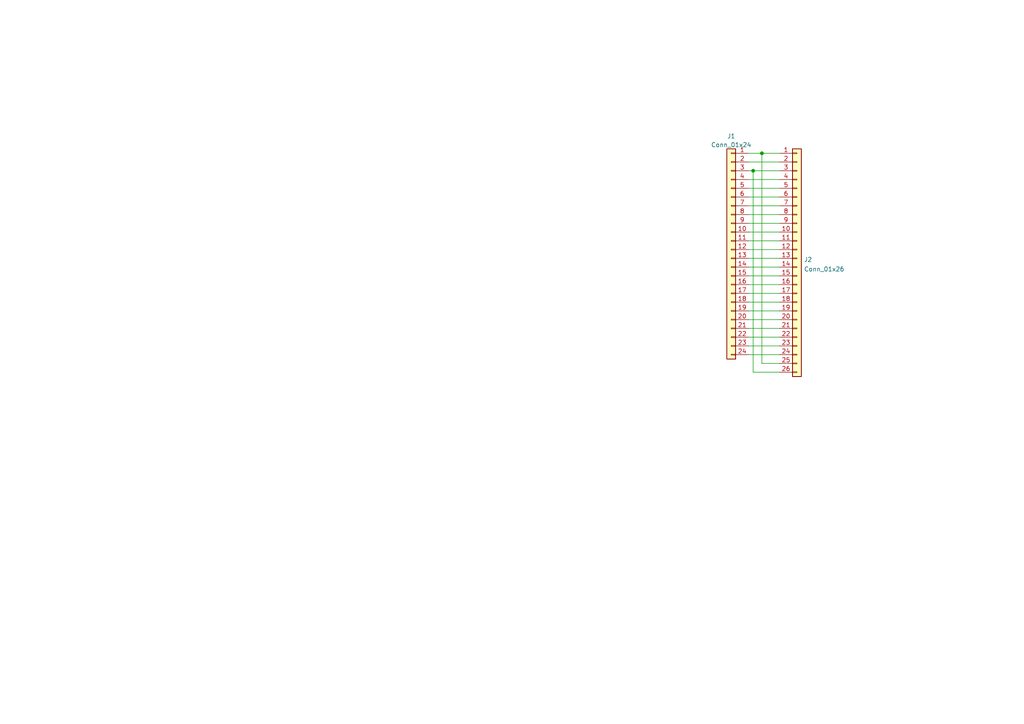
<source format=kicad_sch>
(kicad_sch (version 20211123) (generator eeschema)
  (paper "A4")
  (title_block (title "Atari 130MX flexible keyboard adapter") (date "2022-10-20") (rev "A"))
  (lib_symbols
    (symbol "Connector_Generic:Conn_01x24" (pin_names (offset 1.016) hide)
      (property "Reference" "J" (at 0 30.48 0))
      (property "Value" "Conn_01x24" (at 0 -33.02 0))
      (symbol "Conn_01x24_1_1"
        (rectangle (start -1.27 -30.353) (end 0 -30.607) (stroke (width 0.1524)))
        (rectangle (start -1.27 -27.813) (end 0 -28.067) (stroke (width 0.1524)))
        (rectangle (start -1.27 -25.273) (end 0 -25.527) (stroke (width 0.1524)))
        (rectangle (start -1.27 -22.733) (end 0 -22.987) (stroke (width 0.1524)))
        (rectangle (start -1.27 -20.193) (end 0 -20.447) (stroke (width 0.1524)))
        (rectangle (start -1.27 -17.653) (end 0 -17.907) (stroke (width 0.1524)))
        (rectangle (start -1.27 -15.113) (end 0 -15.367) (stroke (width 0.1524)))
        (rectangle (start -1.27 -12.573) (end 0 -12.827) (stroke (width 0.1524)))
        (rectangle (start -1.27 -10.033) (end 0 -10.287) (stroke (width 0.1524)))
        (rectangle (start -1.27 -7.493) (end 0 -7.747) (stroke (width 0.1524)))
        (rectangle (start -1.27 -4.953) (end 0 -5.207) (stroke (width 0.1524)))
        (rectangle (start -1.27 -2.413) (end 0 -2.667) (stroke (width 0.1524)))
        (rectangle (start -1.27 0.127) (end 0 -0.127) (stroke (width 0.1524)))
        (rectangle (start -1.27 2.667) (end 0 2.413) (stroke (width 0.1524)))
        (rectangle (start -1.27 5.207) (end 0 4.953) (stroke (width 0.1524)))
        (rectangle (start -1.27 7.747) (end 0 7.493) (stroke (width 0.1524)))
        (rectangle (start -1.27 10.287) (end 0 10.033) (stroke (width 0.1524)))
        (rectangle (start -1.27 12.827) (end 0 12.573) (stroke (width 0.1524)))
        (rectangle (start -1.27 15.367) (end 0 15.113) (stroke (width 0.1524)))
        (rectangle (start -1.27 17.907) (end 0 17.653) (stroke (width 0.1524)))
        (rectangle (start -1.27 20.447) (end 0 20.193) (stroke (width 0.1524)))
        (rectangle (start -1.27 22.987) (end 0 22.733) (stroke (width 0.1524)))
        (rectangle (start -1.27 25.527) (end 0 25.273) (stroke (width 0.1524)))
        (rectangle (start -1.27 28.067) (end 0 27.813) (stroke (width 0.1524)))
        (rectangle (start -1.27 29.21) (end 1.27 -31.75) (stroke (width 0.254)) (fill (type background)))
        (pin passive line (at -5.08 27.94 0) (length 3.81) (name "Pin_1") (number "1"))
        (pin passive line (at -5.08 5.08 0) (length 3.81) (name "Pin_10") (number "10"))
        (pin passive line (at -5.08 2.54 0) (length 3.81) (name "Pin_11") (number "11"))
        (pin passive line (at -5.08 0 0) (length 3.81) (name "Pin_12") (number "12"))
        (pin passive line (at -5.08 -2.54 0) (length 3.81) (name "Pin_13") (number "13"))
        (pin passive line (at -5.08 -5.08 0) (length 3.81) (name "Pin_14") (number "14"))
        (pin passive line (at -5.08 -7.62 0) (length 3.81) (name "Pin_15") (number "15"))
        (pin passive line (at -5.08 -10.16 0) (length 3.81) (name "Pin_16") (number "16"))
        (pin passive line (at -5.08 -12.7 0) (length 3.81) (name "Pin_17") (number "17"))
        (pin passive line (at -5.08 -15.24 0) (length 3.81) (name "Pin_18") (number "18"))
        (pin passive line (at -5.08 -17.78 0) (length 3.81) (name "Pin_19") (number "19"))
        (pin passive line (at -5.08 25.4 0) (length 3.81) (name "Pin_2") (number "2"))
        (pin passive line (at -5.08 -20.32 0) (length 3.81) (name "Pin_20") (number "20"))
        (pin passive line (at -5.08 -22.86 0) (length 3.81) (name "Pin_21") (number "21"))
        (pin passive line (at -5.08 -25.4 0) (length 3.81) (name "Pin_22") (number "22"))
        (pin passive line (at -5.08 -27.94 0) (length 3.81) (name "Pin_23") (number "23"))
        (pin passive line (at -5.08 -30.48 0) (length 3.81) (name "Pin_24") (number "24"))
        (pin passive line (at -5.08 22.86 0) (length 3.81) (name "Pin_3") (number "3"))
        (pin passive line (at -5.08 20.32 0) (length 3.81) (name "Pin_4") (number "4"))
        (pin passive line (at -5.08 17.78 0) (length 3.81) (name "Pin_5") (number "5"))
        (pin passive line (at -5.08 15.24 0) (length 3.81) (name "Pin_6") (number "6"))
        (pin passive line (at -5.08 12.7 0) (length 3.81) (name "Pin_7") (number "7"))
        (pin passive line (at -5.08 10.16 0) (length 3.81) (name "Pin_8") (number "8"))
        (pin passive line (at -5.08 7.62 0) (length 3.81) (name "Pin_9") (number "9"))
      )
    )
    (symbol "Connector_Generic:Conn_01x26" (pin_names (offset 1.016) hide)
      (property "Reference" "J" (at 0 33.02 0))
      (property "Value" "Conn_01x26" (at 0 -35.56 0))
      (symbol "Conn_01x26_1_1"
        (rectangle (start -1.27 -32.893) (end 0 -33.147) (stroke (width 0.1524)))
        (rectangle (start -1.27 -30.353) (end 0 -30.607) (stroke (width 0.1524)))
        (rectangle (start -1.27 -27.813) (end 0 -28.067) (stroke (width 0.1524)))
        (rectangle (start -1.27 -25.273) (end 0 -25.527) (stroke (width 0.1524)))
        (rectangle (start -1.27 -22.733) (end 0 -22.987) (stroke (width 0.1524)))
        (rectangle (start -1.27 -20.193) (end 0 -20.447) (stroke (width 0.1524)))
        (rectangle (start -1.27 -17.653) (end 0 -17.907) (stroke (width 0.1524)))
        (rectangle (start -1.27 -15.113) (end 0 -15.367) (stroke (width 0.1524)))
        (rectangle (start -1.27 -12.573) (end 0 -12.827) (stroke (width 0.1524)))
        (rectangle (start -1.27 -10.033) (end 0 -10.287) (stroke (width 0.1524)))
        (rectangle (start -1.27 -7.493) (end 0 -7.747) (stroke (width 0.1524)))
        (rectangle (start -1.27 -4.953) (end 0 -5.207) (stroke (width 0.1524)))
        (rectangle (start -1.27 -2.413) (end 0 -2.667) (stroke (width 0.1524)))
        (rectangle (start -1.27 0.127) (end 0 -0.127) (stroke (width 0.1524)))
        (rectangle (start -1.27 2.667) (end 0 2.413) (stroke (width 0.1524)))
        (rectangle (start -1.27 5.207) (end 0 4.953) (stroke (width 0.1524)))
        (rectangle (start -1.27 7.747) (end 0 7.493) (stroke (width 0.1524)))
        (rectangle (start -1.27 10.287) (end 0 10.033) (stroke (width 0.1524)))
        (rectangle (start -1.27 12.827) (end 0 12.573) (stroke (width 0.1524)))
        (rectangle (start -1.27 15.367) (end 0 15.113) (stroke (width 0.1524)))
        (rectangle (start -1.27 17.907) (end 0 17.653) (stroke (width 0.1524)))
        (rectangle (start -1.27 20.447) (end 0 20.193) (stroke (width 0.1524)))
        (rectangle (start -1.27 22.987) (end 0 22.733) (stroke (width 0.1524)))
        (rectangle (start -1.27 25.527) (end 0 25.273) (stroke (width 0.1524)))
        (rectangle (start -1.27 28.067) (end 0 27.813) (stroke (width 0.1524)))
        (rectangle (start -1.27 30.607) (end 0 30.353) (stroke (width 0.1524)))
        (rectangle (start -1.27 31.75) (end 1.27 -34.29) (stroke (width 0.254)) (fill (type background)))
        (pin passive line (at -5.08 30.48 0) (length 3.81) (name "Pin_1") (number "1"))
        (pin passive line (at -5.08 7.62 0) (length 3.81) (name "Pin_10") (number "10"))
        (pin passive line (at -5.08 5.08 0) (length 3.81) (name "Pin_11") (number "11"))
        (pin passive line (at -5.08 2.54 0) (length 3.81) (name "Pin_12") (number "12"))
        (pin passive line (at -5.08 0 0) (length 3.81) (name "Pin_13") (number "13"))
        (pin passive line (at -5.08 -2.54 0) (length 3.81) (name "Pin_14") (number "14"))
        (pin passive line (at -5.08 -5.08 0) (length 3.81) (name "Pin_15") (number "15"))
        (pin passive line (at -5.08 -7.62 0) (length 3.81) (name "Pin_16") (number "16"))
        (pin passive line (at -5.08 -10.16 0) (length 3.81) (name "Pin_17") (number "17"))
        (pin passive line (at -5.08 -12.7 0) (length 3.81) (name "Pin_18") (number "18"))
        (pin passive line (at -5.08 -15.24 0) (length 3.81) (name "Pin_19") (number "19"))
        (pin passive line (at -5.08 27.94 0) (length 3.81) (name "Pin_2") (number "2"))
        (pin passive line (at -5.08 -17.78 0) (length 3.81) (name "Pin_20") (number "20"))
        (pin passive line (at -5.08 -20.32 0) (length 3.81) (name "Pin_21") (number "21"))
        (pin passive line (at -5.08 -22.86 0) (length 3.81) (name "Pin_22") (number "22"))
        (pin passive line (at -5.08 -25.4 0) (length 3.81) (name "Pin_23") (number "23"))
        (pin passive line (at -5.08 -27.94 0) (length 3.81) (name "Pin_24") (number "24"))
        (pin passive line (at -5.08 -30.48 0) (length 3.81) (name "Pin_25") (number "25"))
        (pin passive line (at -5.08 -33.02 0) (length 3.81) (name "Pin_26") (number "26"))
        (pin passive line (at -5.08 25.4 0) (length 3.81) (name "Pin_3") (number "3"))
        (pin passive line (at -5.08 22.86 0) (length 3.81) (name "Pin_4") (number "4"))
        (pin passive line (at -5.08 20.32 0) (length 3.81) (name "Pin_5") (number "5"))
        (pin passive line (at -5.08 17.78 0) (length 3.81) (name "Pin_6") (number "6"))
        (pin passive line (at -5.08 15.24 0) (length 3.81) (name "Pin_7") (number "7"))
        (pin passive line (at -5.08 12.7 0) (length 3.81) (name "Pin_8") (number "8"))
        (pin passive line (at -5.08 10.16 0) (length 3.81) (name "Pin_9") (number "9"))
      )
    )
  )
  (junction (at 220.98 44.45))
  (junction (at 218.44 49.53))
  (wire (pts (xy 226.06 107.95) (xy 218.44 107.95)))
  (wire (pts (xy 217.17 82.55) (xy 226.06 82.55)))
  (wire (pts (xy 217.17 92.71) (xy 226.06 92.71)))
  (wire (pts (xy 217.17 90.17) (xy 226.06 90.17)))
  (wire (pts (xy 217.17 57.15) (xy 226.06 57.15)))
  (wire (pts (xy 220.98 105.41) (xy 220.98 44.45)))
  (wire (pts (xy 217.17 72.39) (xy 226.06 72.39)))
  (wire (pts (xy 217.17 102.87) (xy 226.06 102.87)))
  (wire (pts (xy 226.06 105.41) (xy 220.98 105.41)))
  (wire (pts (xy 217.17 52.07) (xy 226.06 52.07)))
  (wire (pts (xy 217.17 67.31) (xy 226.06 67.31)))
  (wire (pts (xy 217.17 49.53) (xy 218.44 49.53)))
  (wire (pts (xy 217.17 97.79) (xy 226.06 97.79)))
  (wire (pts (xy 217.17 77.47) (xy 226.06 77.47)))
  (wire (pts (xy 217.17 69.85) (xy 226.06 69.85)))
  (wire (pts (xy 218.44 49.53) (xy 226.06 49.53)))
  (wire (pts (xy 217.17 95.25) (xy 226.06 95.25)))
  (wire (pts (xy 217.17 44.45) (xy 220.98 44.45)))
  (wire (pts (xy 217.17 59.69) (xy 226.06 59.69)))
  (wire (pts (xy 218.44 107.95) (xy 218.44 49.53)))
  (wire (pts (xy 217.17 74.93) (xy 226.06 74.93)))
  (wire (pts (xy 220.98 44.45) (xy 226.06 44.45)))
  (wire (pts (xy 217.17 87.63) (xy 226.06 87.63)))
  (wire (pts (xy 217.17 64.77) (xy 226.06 64.77)))
  (wire (pts (xy 217.17 46.99) (xy 226.06 46.99)))
  (wire (pts (xy 217.17 54.61) (xy 226.06 54.61)))
  (wire (pts (xy 217.17 85.09) (xy 226.06 85.09)))
  (wire (pts (xy 217.17 100.33) (xy 226.06 100.33)))
  (wire (pts (xy 217.17 62.23) (xy 226.06 62.23)))
  (wire (pts (xy 217.17 80.01) (xy 226.06 80.01)))
  (symbol (lib_id "Connector_Generic:Conn_01x26") (at 231.14 74.93 0) (unit 1)
    (property "Reference" "J2" (at 233.172 75.2915 0) (effects (justify left)))
    (property "Value" "Conn_01x26" (at 233.172 78.0666 0) (effects (justify left)))
    (property "Footprint" "Atari130MX:FPC Molex 1x26 P1mm Edge" (effects hide))
  )
  (symbol (lib_id "Connector_Generic:Conn_01x24") (at 212.09 72.39 0) (mirror y) (unit 1)
    (property "Reference" "J1" (at 212.09 39.4802 0))
    (property "Value" "Conn_01x24" (at 212.09 42.0171 0))
    (property "Footprint" "Atari130MX:FPC 1x24 P2.54mm Edge" (effects hide))
  )
)
</source>
